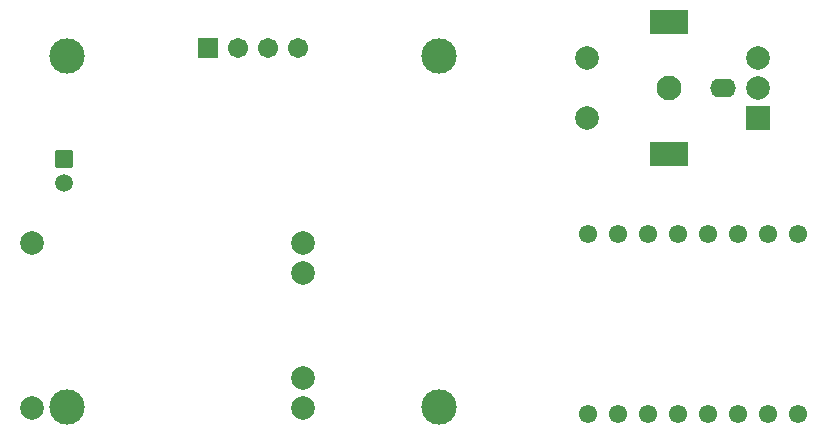
<source format=gbr>
%TF.GenerationSoftware,KiCad,Pcbnew,9.0.7-9.0.7~ubuntu24.04.1*%
%TF.CreationDate,2026-02-02T00:49:15+01:00*%
%TF.ProjectId,HArem,48417265-6d2e-46b6-9963-61645f706362,rev?*%
%TF.SameCoordinates,Original*%
%TF.FileFunction,Soldermask,Bot*%
%TF.FilePolarity,Negative*%
%FSLAX46Y46*%
G04 Gerber Fmt 4.6, Leading zero omitted, Abs format (unit mm)*
G04 Created by KiCad (PCBNEW 9.0.7-9.0.7~ubuntu24.04.1) date 2026-02-02 00:49:15*
%MOMM*%
%LPD*%
G01*
G04 APERTURE LIST*
G04 Aperture macros list*
%AMRoundRect*
0 Rectangle with rounded corners*
0 $1 Rounding radius*
0 $2 $3 $4 $5 $6 $7 $8 $9 X,Y pos of 4 corners*
0 Add a 4 corners polygon primitive as box body*
4,1,4,$2,$3,$4,$5,$6,$7,$8,$9,$2,$3,0*
0 Add four circle primitives for the rounded corners*
1,1,$1+$1,$2,$3*
1,1,$1+$1,$4,$5*
1,1,$1+$1,$6,$7*
1,1,$1+$1,$8,$9*
0 Add four rect primitives between the rounded corners*
20,1,$1+$1,$2,$3,$4,$5,0*
20,1,$1+$1,$4,$5,$6,$7,0*
20,1,$1+$1,$6,$7,$8,$9,0*
20,1,$1+$1,$8,$9,$2,$3,0*%
G04 Aperture macros list end*
%ADD10C,1.712000*%
%ADD11RoundRect,0.102000X-0.754000X-0.754000X0.754000X-0.754000X0.754000X0.754000X-0.754000X0.754000X0*%
%ADD12C,3.000000*%
%ADD13C,2.000000*%
%ADD14C,1.552000*%
%ADD15O,2.200000X1.600000*%
%ADD16C,2.100000*%
%ADD17R,2.000000X2.000000*%
%ADD18R,3.200000X2.000000*%
%ADD19RoundRect,0.102000X-0.654000X0.654000X-0.654000X-0.654000X0.654000X-0.654000X0.654000X0.654000X0*%
%ADD20C,1.512000*%
G04 APERTURE END LIST*
D10*
%TO.C,DS1*%
X118540000Y-90600000D03*
X116000000Y-90600000D03*
X113460000Y-90600000D03*
D11*
X110920000Y-90600000D03*
D12*
X130480000Y-121000000D03*
X130480000Y-91300000D03*
X98980000Y-121000000D03*
X98980000Y-91300000D03*
%TD*%
D13*
%TO.C,U2*%
X118995000Y-109635000D03*
X118995000Y-118555000D03*
X118995000Y-107095000D03*
X118995000Y-121095000D03*
X95995000Y-107095000D03*
X95995000Y-121095000D03*
%TD*%
D14*
%TO.C,U1*%
X143120000Y-121620000D03*
X145660000Y-121620000D03*
X148200000Y-121620000D03*
X150740000Y-121620000D03*
X155820000Y-121620000D03*
X153280000Y-121620000D03*
X160900000Y-106380000D03*
X160900000Y-121620000D03*
X158360000Y-106380000D03*
X155820000Y-106380000D03*
X153280000Y-106380000D03*
X150740000Y-106380000D03*
X148200000Y-106380000D03*
X145660000Y-106380000D03*
X143120000Y-106380000D03*
X158360000Y-121620000D03*
%TD*%
D15*
%TO.C,SW1*%
X154500000Y-94000000D03*
D16*
X150000000Y-94000000D03*
D17*
X157500000Y-96500000D03*
D13*
X157500000Y-91500000D03*
X157500000Y-94000000D03*
D18*
X150000000Y-99600000D03*
X150000000Y-88400000D03*
D13*
X143000000Y-91500000D03*
X143000000Y-96500000D03*
%TD*%
D19*
%TO.C,J1*%
X98787500Y-100000000D03*
D20*
X98787500Y-102000000D03*
%TD*%
M02*

</source>
